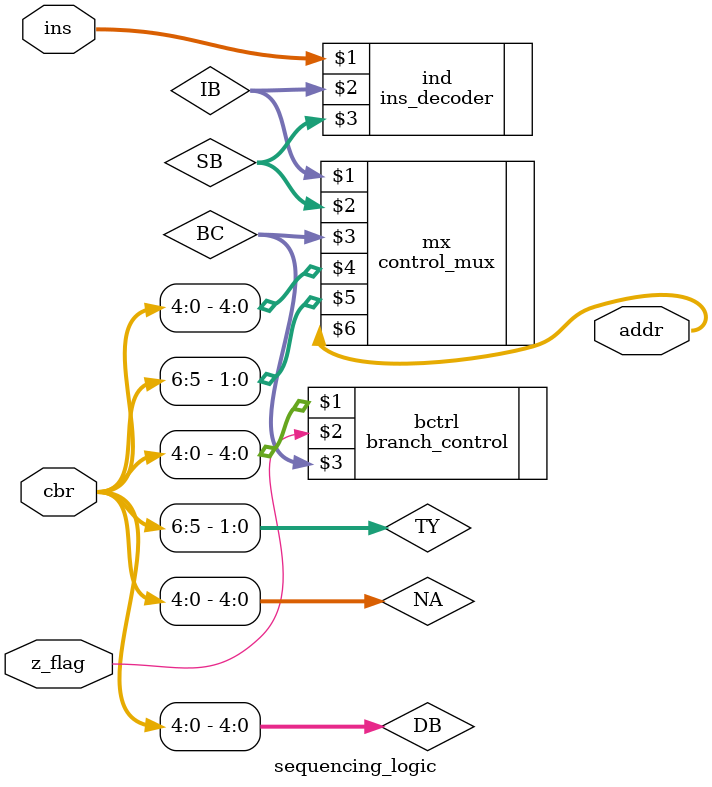
<source format=v>
module sequencing_logic(ins,cbr,z_flag,addr);
input [32:0] cbr;
input [15:0] ins;
input z_flag;
output [4:0] addr;
wire [4:0] IB,SB,DB,BC,NA;
wire [1:0] TY;
assign TY=cbr[6:5];
assign NA=cbr[4:0];
assign DB=cbr[4:0];

ins_decoder ind(ins,IB,SB);
branch_control bctrl(NA,z_flag,BC);
control_mux mx(IB,SB,BC,DB,TY,addr);
endmodule 
</source>
